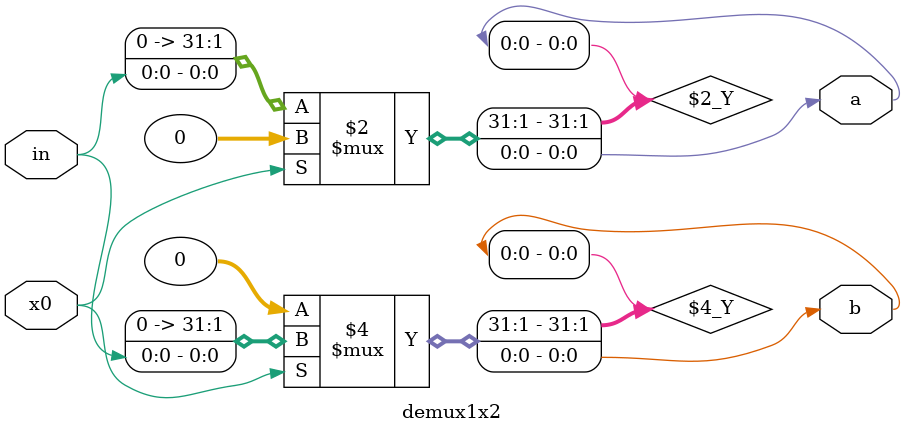
<source format=v>
module demux1x8 (a, b, c, d, e, f, g, h, x0, x1, x2, in);

	input  in, x0, x1, x2;
	output a, b, c, d, e, f, g, h;	
	wire out1, out2;
	demux1x4 Demux1x4_1 (.a(out1), .b(out2), .x0(x2), .x1(0), .in(in));
	demux1x4 Demux1x4_2 (.a(a), .b(b), .c(c), .d(d), .x0(x0), .x1(x1), .in(out1));
	demux1x4 Demux1x4_3 (.a(e), .b(f), .c(g), .d(h), .x0(x0), .x1(x1), .in(out2));
	
endmodule

module demux1x4 (a, b, c, d, x0, x1, in);

	input in, x0, x1;
	output a, b, c, d;	
	wire out1, out2;
	demux1x2 Demux1x2_1 (.a(out1), .b(out2), .x0(x1), .in(in));
	demux1x2 Demux1x2_2 (.a(a), .b(b), .x0(x0), .in(out1));
	demux1x2 Demux1x2_3 (.a(c), .b(d), .x0(x0), .in(out2));

endmodule

module demux1x2 (a, b, x0, in);

	input in, x0;
	output a, b;
	// Used 0 instead of 'bz for dumping on FPGA
	assign a = x0 ? 0 : in;
	assign b = x0 ? in : 0;

endmodule

</source>
